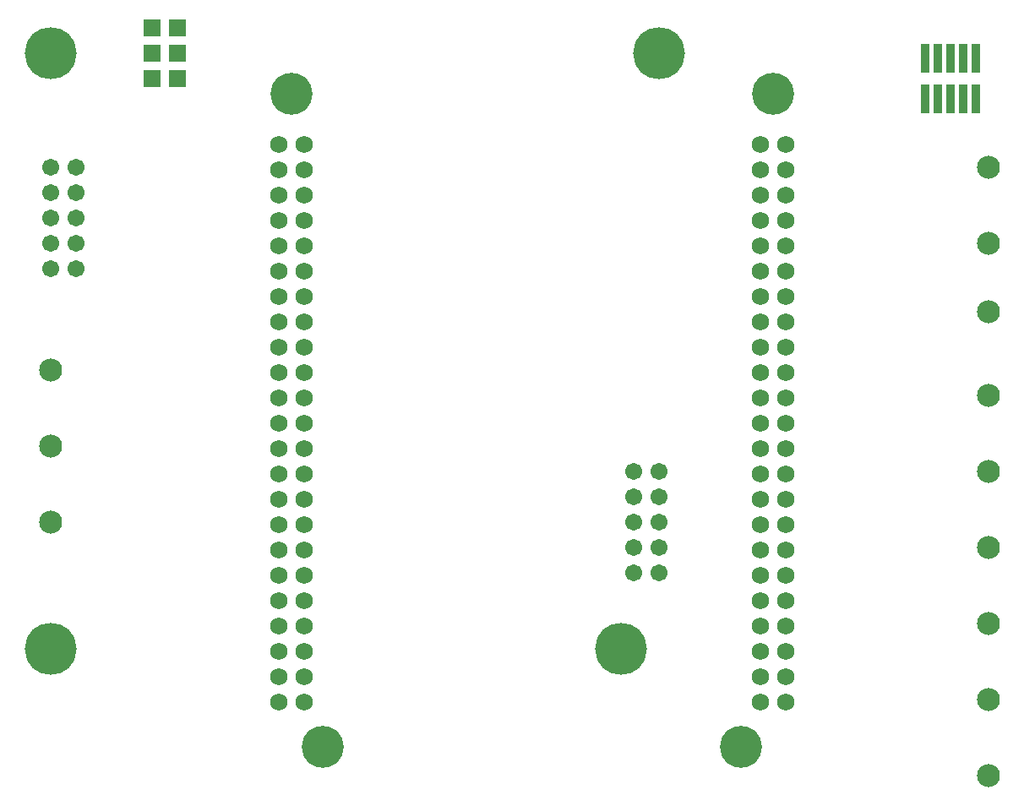
<source format=gbr>
G04 Layer_Color=8388736*
%FSLAX26Y26*%
%MOIN*%
%TF.FileFunction,Soldermask,Top*%
%TF.Part,Single*%
G01*
G75*
%TA.AperFunction,SMDPad,CuDef*%
%ADD19R,0.037134X0.117843*%
%TA.AperFunction,ComponentPad*%
%ADD20C,0.090677*%
%ADD21R,0.068000X0.068000*%
%ADD22C,0.068000*%
%ADD23C,0.165480*%
%TA.AperFunction,ViaPad*%
%ADD24C,0.204850*%
%TA.AperFunction,ComponentPad*%
%ADD25C,0.067055*%
D19*
X3650000Y2169882D02*
D03*
X3600000D02*
D03*
X3550000D02*
D03*
X3500000D02*
D03*
X3450000D02*
D03*
Y2330118D02*
D03*
X3500000D02*
D03*
X3550000D02*
D03*
X3600000D02*
D03*
X3650000D02*
D03*
D20*
X3700000Y1900000D02*
D03*
Y1330000D02*
D03*
Y400000D02*
D03*
Y-200000D02*
D03*
Y100000D02*
D03*
Y1600000D02*
D03*
Y700000D02*
D03*
Y1000000D02*
D03*
X0Y500000D02*
D03*
X3700000Y-500000D02*
D03*
X0Y800000D02*
D03*
Y1100000D02*
D03*
D21*
X500000Y2250000D02*
D03*
Y2350000D02*
D03*
Y2450000D02*
D03*
X400000D02*
D03*
Y2350000D02*
D03*
Y2250000D02*
D03*
D22*
X900000Y1987500D02*
D03*
X2800000Y-212500D02*
D03*
Y-112500D02*
D03*
Y-12500D02*
D03*
Y87500D02*
D03*
Y187500D02*
D03*
Y287500D02*
D03*
Y387500D02*
D03*
Y487500D02*
D03*
Y587500D02*
D03*
Y687500D02*
D03*
Y787500D02*
D03*
Y887500D02*
D03*
Y987500D02*
D03*
Y1087500D02*
D03*
Y1187500D02*
D03*
Y1287500D02*
D03*
Y1387500D02*
D03*
Y1487500D02*
D03*
Y1587500D02*
D03*
Y1687500D02*
D03*
Y1787500D02*
D03*
Y1887500D02*
D03*
X2900000Y-212500D02*
D03*
Y-112500D02*
D03*
Y-12500D02*
D03*
Y87500D02*
D03*
Y187500D02*
D03*
Y287500D02*
D03*
Y387500D02*
D03*
Y487500D02*
D03*
Y587500D02*
D03*
Y687500D02*
D03*
Y787500D02*
D03*
Y887500D02*
D03*
Y987500D02*
D03*
Y1087500D02*
D03*
Y1187500D02*
D03*
Y1287500D02*
D03*
Y1387500D02*
D03*
Y1487500D02*
D03*
Y1587500D02*
D03*
Y1687500D02*
D03*
Y1787500D02*
D03*
Y1887500D02*
D03*
Y1987500D02*
D03*
X2800000D02*
D03*
X900000Y-212500D02*
D03*
Y-112500D02*
D03*
Y-12500D02*
D03*
Y87500D02*
D03*
Y187500D02*
D03*
Y287500D02*
D03*
Y387500D02*
D03*
Y487500D02*
D03*
Y587500D02*
D03*
Y687500D02*
D03*
Y787500D02*
D03*
Y887500D02*
D03*
Y987500D02*
D03*
Y1087500D02*
D03*
Y1187500D02*
D03*
Y1287500D02*
D03*
Y1387500D02*
D03*
Y1487500D02*
D03*
Y1587500D02*
D03*
Y1687500D02*
D03*
Y1787500D02*
D03*
Y1887500D02*
D03*
X1000000Y-212500D02*
D03*
Y-112500D02*
D03*
Y-12500D02*
D03*
Y87500D02*
D03*
Y187500D02*
D03*
Y287500D02*
D03*
Y387500D02*
D03*
Y487500D02*
D03*
Y587500D02*
D03*
Y687500D02*
D03*
Y787500D02*
D03*
Y887500D02*
D03*
Y987500D02*
D03*
Y1087500D02*
D03*
Y1187500D02*
D03*
Y1287500D02*
D03*
Y1387500D02*
D03*
Y1487500D02*
D03*
Y1587500D02*
D03*
Y1687500D02*
D03*
Y1787500D02*
D03*
Y1887500D02*
D03*
Y1987500D02*
D03*
D23*
X1075000Y-387500D02*
D03*
X2725000D02*
D03*
X2850000Y2187500D02*
D03*
X950000D02*
D03*
D24*
X0Y2350000D02*
D03*
X2400000D02*
D03*
X2250000Y0D02*
D03*
X0D02*
D03*
D25*
X2400000Y700000D02*
D03*
Y600000D02*
D03*
Y500000D02*
D03*
Y400000D02*
D03*
Y300000D02*
D03*
X2300000Y700000D02*
D03*
Y600000D02*
D03*
Y500000D02*
D03*
Y400000D02*
D03*
Y300000D02*
D03*
X100000Y1900000D02*
D03*
Y1800000D02*
D03*
Y1700000D02*
D03*
Y1600000D02*
D03*
Y1500000D02*
D03*
X0Y1900000D02*
D03*
Y1800000D02*
D03*
Y1700000D02*
D03*
Y1600000D02*
D03*
Y1500000D02*
D03*
%TF.MD5,fc9281f42e928a752e5116386ec8dc35*%
M02*

</source>
